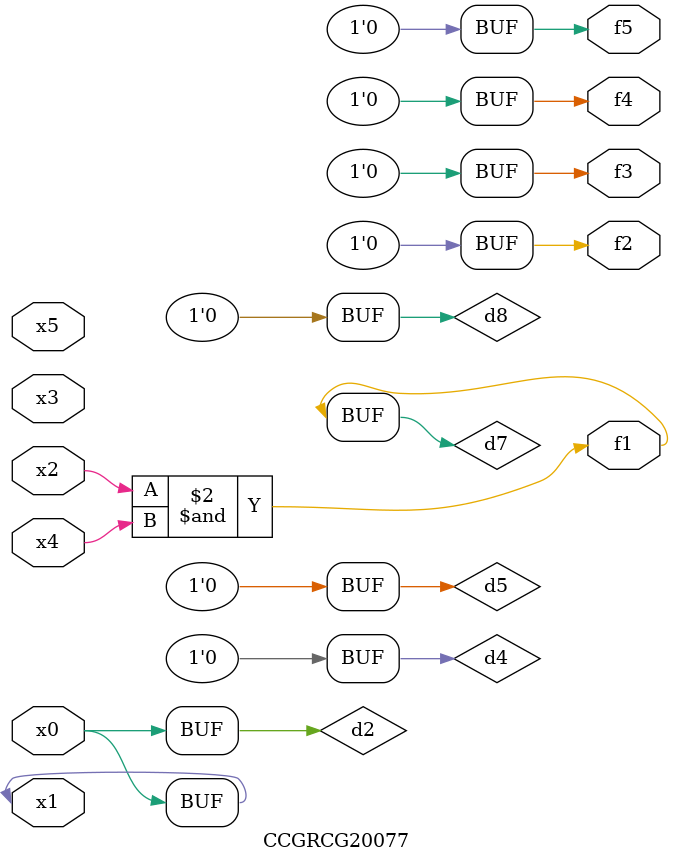
<source format=v>
module CCGRCG20077(
	input x0, x1, x2, x3, x4, x5,
	output f1, f2, f3, f4, f5
);

	wire d1, d2, d3, d4, d5, d6, d7, d8, d9;

	nand (d1, x1);
	buf (d2, x0, x1);
	nand (d3, x2, x4);
	and (d4, d1, d2);
	and (d5, d1, d2);
	nand (d6, d1, d3);
	not (d7, d3);
	xor (d8, d5);
	nor (d9, d5, d6);
	assign f1 = d7;
	assign f2 = d8;
	assign f3 = d8;
	assign f4 = d8;
	assign f5 = d8;
endmodule

</source>
